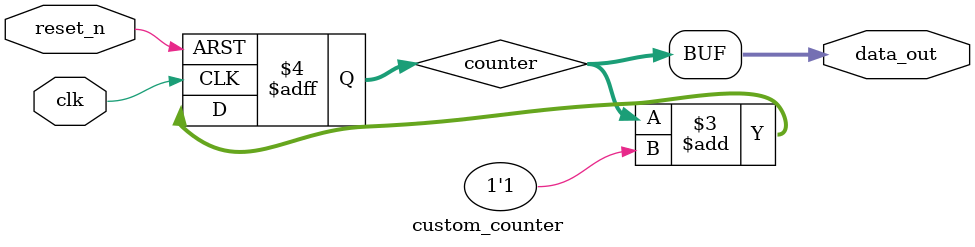
<source format=v>

module custom_counter
(
	input clk,
	input reset_n,
	//input write,
	//input read,
	//input [63:0] data_in,
	output [63:0] data_out
);

	reg [63:0] counter;

	always @ (posedge clk or negedge reset_n)
	begin
		if (reset_n == 0)
		begin
			counter <= 'b1;
		end
			
		else
		begin
			counter <= counter + 1'b1;
		end
	end
		
	assign data_out = counter;

endmodule 
</source>
